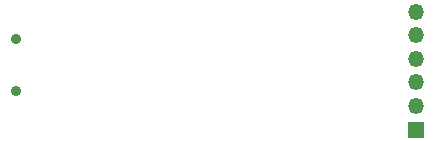
<source format=gbs>
%TF.GenerationSoftware,KiCad,Pcbnew,(5.1.8)-1*%
%TF.CreationDate,2021-01-30T22:15:32+07:00*%
%TF.ProjectId,TTL232,54544c32-3332-42e6-9b69-6361645f7063,rev?*%
%TF.SameCoordinates,Original*%
%TF.FileFunction,Soldermask,Bot*%
%TF.FilePolarity,Negative*%
%FSLAX46Y46*%
G04 Gerber Fmt 4.6, Leading zero omitted, Abs format (unit mm)*
G04 Created by KiCad (PCBNEW (5.1.8)-1) date 2021-01-30 22:15:32*
%MOMM*%
%LPD*%
G01*
G04 APERTURE LIST*
%ADD10O,1.350000X1.350000*%
%ADD11R,1.350000X1.350000*%
%ADD12C,0.899160*%
G04 APERTURE END LIST*
D10*
%TO.C,J2*%
X163068000Y-58834000D03*
X163068000Y-60834000D03*
X163068000Y-62834000D03*
X163068000Y-64834000D03*
X163068000Y-66834000D03*
D11*
X163068000Y-68834000D03*
%TD*%
D12*
%TO.C,J1*%
X129159000Y-61173360D03*
X129159000Y-65572640D03*
%TD*%
M02*

</source>
